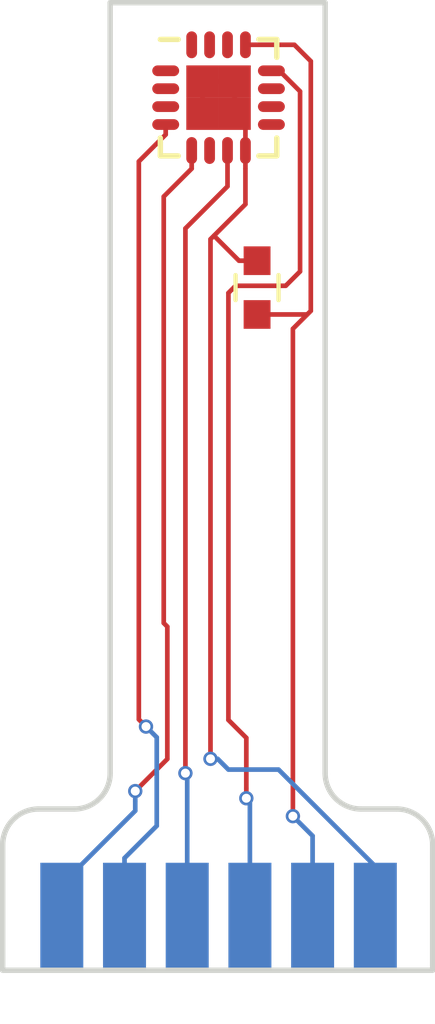
<source format=kicad_pcb>
(kicad_pcb (version 4) (host pcbnew 4.0.6)

  (general
    (links 12)
    (no_connects 0)
    (area 85.336667 58.895 99.075001 89.755)
    (thickness 1.6)
    (drawings 12)
    (tracks 75)
    (zones 0)
    (modules 3)
    (nets 7)
  )

  (page A4)
  (layers
    (0 F.Cu signal)
    (31 B.Cu signal)
    (32 B.Adhes user)
    (33 F.Adhes user)
    (34 B.Paste user)
    (35 F.Paste user)
    (36 B.SilkS user)
    (37 F.SilkS user)
    (38 B.Mask user)
    (39 F.Mask user)
    (40 Dwgs.User user)
    (41 Cmts.User user)
    (42 Eco1.User user)
    (43 Eco2.User user)
    (44 Edge.Cuts user)
    (45 Margin user)
    (46 B.CrtYd user)
    (47 F.CrtYd user)
    (48 B.Fab user)
    (49 F.Fab user)
  )

  (setup
    (last_trace_width 0.13)
    (trace_clearance 0.13)
    (zone_clearance 0.508)
    (zone_45_only no)
    (trace_min 0.1)
    (segment_width 0.2)
    (edge_width 0.15)
    (via_size 0.4)
    (via_drill 0.25)
    (via_min_size 0.2)
    (via_min_drill 0.2)
    (uvia_size 0.3)
    (uvia_drill 0.1)
    (uvias_allowed no)
    (uvia_min_size 0.2)
    (uvia_min_drill 0.1)
    (pcb_text_width 0.3)
    (pcb_text_size 1.5 1.5)
    (mod_edge_width 0.15)
    (mod_text_size 1 1)
    (mod_text_width 0.15)
    (pad_size 1.524 1.524)
    (pad_drill 0.762)
    (pad_to_mask_clearance 0.2)
    (aux_axis_origin 0 0)
    (visible_elements 7FFFFFFF)
    (pcbplotparams
      (layerselection 0x010c0_80000001)
      (usegerberextensions false)
      (excludeedgelayer true)
      (linewidth 0.100000)
      (plotframeref false)
      (viasonmask false)
      (mode 1)
      (useauxorigin false)
      (hpglpennumber 1)
      (hpglpenspeed 20)
      (hpglpendiameter 15)
      (hpglpenoverlay 2)
      (psnegative false)
      (psa4output false)
      (plotreference true)
      (plotvalue true)
      (plotinvisibletext false)
      (padsonsilk false)
      (subtractmaskfromsilk false)
      (outputformat 1)
      (mirror false)
      (drillshape 0)
      (scaleselection 1)
      (outputdirectory Gerber))
  )

  (net 0 "")
  (net 1 +3V3)
  (net 2 Earth)
  (net 3 CS)
  (net 4 MOSI)
  (net 5 MISO)
  (net 6 SCLK)

  (net_class Default "This is the default net class."
    (clearance 0.13)
    (trace_width 0.13)
    (via_dia 0.4)
    (via_drill 0.25)
    (uvia_dia 0.3)
    (uvia_drill 0.1)
    (add_net +3V3)
    (add_net CS)
    (add_net Earth)
    (add_net MISO)
    (add_net MOSI)
    (add_net SCLK)
  )

  (module Dizzy:SPI_CONN (layer B.Cu) (tedit 5BC46E55) (tstamp 5BC2E54B)
    (at 90.3 88.25)
    (path /5BC2E3A6)
    (fp_text reference J1 (at 0 -0.5) (layer B.SilkS) hide
      (effects (font (size 1 1) (thickness 0.15)) (justify mirror))
    )
    (fp_text value CONN_01X06 (at 0 0.5) (layer B.Fab) hide
      (effects (font (size 1 1) (thickness 0.15)) (justify mirror))
    )
    (pad 1 smd rect (at -1.65 -2.75) (size 1.2 3) (layers B.Cu B.Paste B.Mask)
      (net 3 CS))
    (pad 2 smd rect (at 0.1 -2.75) (size 1.2 3) (layers B.Cu B.Paste B.Mask)
      (net 4 MOSI))
    (pad 3 smd rect (at 1.85 -2.75) (size 1.2 3) (layers B.Cu B.Paste B.Mask)
      (net 5 MISO))
    (pad 4 smd rect (at 3.6 -2.75) (size 1.2 3) (layers B.Cu B.Paste B.Mask)
      (net 6 SCLK))
    (pad 5 smd rect (at 5.35 -2.75) (size 1.2 3) (layers B.Cu B.Paste B.Mask)
      (net 1 +3V3))
    (pad 6 smd rect (at 7.1 -2.75) (size 1.2 3) (layers B.Cu B.Paste B.Mask)
      (net 2 Earth))
  )

  (module Capacitors_SMD:C_0603 (layer F.Cu) (tedit 5BC46E5E) (tstamp 5BC2E541)
    (at 94.1 67.95 270)
    (descr "Capacitor SMD 0603, reflow soldering, AVX (see smccp.pdf)")
    (tags "capacitor 0603")
    (path /5BC2E464)
    (attr smd)
    (fp_text reference C1 (at 0 -1.5 270) (layer F.SilkS) hide
      (effects (font (size 1 1) (thickness 0.15)))
    )
    (fp_text value C_Small (at 0 1.5 270) (layer F.Fab)
      (effects (font (size 1 1) (thickness 0.15)))
    )
    (fp_line (start 1.4 0.65) (end -1.4 0.65) (layer F.CrtYd) (width 0.05))
    (fp_line (start 1.4 0.65) (end 1.4 -0.65) (layer F.CrtYd) (width 0.05))
    (fp_line (start -1.4 -0.65) (end -1.4 0.65) (layer F.CrtYd) (width 0.05))
    (fp_line (start -1.4 -0.65) (end 1.4 -0.65) (layer F.CrtYd) (width 0.05))
    (fp_line (start 0.35 0.6) (end -0.35 0.6) (layer F.SilkS) (width 0.12))
    (fp_line (start -0.35 -0.6) (end 0.35 -0.6) (layer F.SilkS) (width 0.12))
    (fp_line (start -0.8 -0.4) (end 0.8 -0.4) (layer F.Fab) (width 0.1))
    (fp_line (start 0.8 -0.4) (end 0.8 0.4) (layer F.Fab) (width 0.1))
    (fp_line (start 0.8 0.4) (end -0.8 0.4) (layer F.Fab) (width 0.1))
    (fp_line (start -0.8 0.4) (end -0.8 -0.4) (layer F.Fab) (width 0.1))
    (fp_text user %R (at 0 0 270) (layer F.Fab)
      (effects (font (size 0.3 0.3) (thickness 0.075)))
    )
    (pad 2 smd rect (at 0.75 0 270) (size 0.8 0.75) (layers F.Cu F.Paste F.Mask)
      (net 1 +3V3))
    (pad 1 smd rect (at -0.75 0 270) (size 0.8 0.75) (layers F.Cu F.Paste F.Mask)
      (net 2 Earth))
    (model Capacitors_SMD.3dshapes/C_0603.wrl
      (at (xyz 0 0 0))
      (scale (xyz 1 1 1))
      (rotate (xyz 0 0 0))
    )
  )

  (module Housings_DFN_QFN:QFN-16-1EP_3x3mm_Pitch0.5mm (layer F.Cu) (tedit 5BC46E64) (tstamp 5BC2E563)
    (at 93.025 62.65)
    (descr "16-Lead Plastic Quad Flat, No Lead Package (NG) - 3x3x0.9 mm Body [QFN]; (see Microchip Packaging Specification 00000049BS.pdf)")
    (tags "QFN 0.5")
    (path /5BC2E305)
    (attr smd)
    (fp_text reference U1 (at 0 -2.85) (layer F.SilkS) hide
      (effects (font (size 1 1) (thickness 0.15)))
    )
    (fp_text value MA700 (at 0 2.85) (layer F.Fab)
      (effects (font (size 1 1) (thickness 0.15)))
    )
    (fp_line (start -0.5 -1.5) (end 1.5 -1.5) (layer F.Fab) (width 0.15))
    (fp_line (start 1.5 -1.5) (end 1.5 1.5) (layer F.Fab) (width 0.15))
    (fp_line (start 1.5 1.5) (end -1.5 1.5) (layer F.Fab) (width 0.15))
    (fp_line (start -1.5 1.5) (end -1.5 -0.5) (layer F.Fab) (width 0.15))
    (fp_line (start -1.5 -0.5) (end -0.5 -1.5) (layer F.Fab) (width 0.15))
    (fp_line (start -2.1 -2.1) (end -2.1 2.1) (layer F.CrtYd) (width 0.05))
    (fp_line (start 2.1 -2.1) (end 2.1 2.1) (layer F.CrtYd) (width 0.05))
    (fp_line (start -2.1 -2.1) (end 2.1 -2.1) (layer F.CrtYd) (width 0.05))
    (fp_line (start -2.1 2.1) (end 2.1 2.1) (layer F.CrtYd) (width 0.05))
    (fp_line (start 1.625 -1.625) (end 1.625 -1.125) (layer F.SilkS) (width 0.15))
    (fp_line (start -1.625 1.625) (end -1.625 1.125) (layer F.SilkS) (width 0.15))
    (fp_line (start 1.625 1.625) (end 1.625 1.125) (layer F.SilkS) (width 0.15))
    (fp_line (start -1.625 -1.625) (end -1.125 -1.625) (layer F.SilkS) (width 0.15))
    (fp_line (start -1.625 1.625) (end -1.125 1.625) (layer F.SilkS) (width 0.15))
    (fp_line (start 1.625 1.625) (end 1.125 1.625) (layer F.SilkS) (width 0.15))
    (fp_line (start 1.625 -1.625) (end 1.125 -1.625) (layer F.SilkS) (width 0.15))
    (pad 1 smd oval (at -1.475 -0.75) (size 0.75 0.3) (layers F.Cu F.Paste F.Mask))
    (pad 2 smd oval (at -1.475 -0.25) (size 0.75 0.3) (layers F.Cu F.Paste F.Mask))
    (pad 3 smd oval (at -1.475 0.25) (size 0.75 0.3) (layers F.Cu F.Paste F.Mask))
    (pad 4 smd oval (at -1.475 0.75) (size 0.75 0.3) (layers F.Cu F.Paste F.Mask)
      (net 4 MOSI))
    (pad 5 smd oval (at -0.75 1.475 90) (size 0.75 0.3) (layers F.Cu F.Paste F.Mask)
      (net 3 CS))
    (pad 6 smd oval (at -0.25 1.475 90) (size 0.75 0.3) (layers F.Cu F.Paste F.Mask))
    (pad 7 smd oval (at 0.25 1.475 90) (size 0.75 0.3) (layers F.Cu F.Paste F.Mask)
      (net 5 MISO))
    (pad 8 smd oval (at 0.75 1.475 90) (size 0.75 0.3) (layers F.Cu F.Paste F.Mask)
      (net 2 Earth))
    (pad 9 smd oval (at 1.475 0.75) (size 0.75 0.3) (layers F.Cu F.Paste F.Mask))
    (pad 10 smd oval (at 1.475 0.25) (size 0.75 0.3) (layers F.Cu F.Paste F.Mask))
    (pad 11 smd oval (at 1.475 -0.25) (size 0.75 0.3) (layers F.Cu F.Paste F.Mask))
    (pad 12 smd oval (at 1.475 -0.75) (size 0.75 0.3) (layers F.Cu F.Paste F.Mask)
      (net 6 SCLK))
    (pad 13 smd oval (at 0.75 -1.475 90) (size 0.75 0.3) (layers F.Cu F.Paste F.Mask)
      (net 1 +3V3))
    (pad 14 smd oval (at 0.25 -1.475 90) (size 0.75 0.3) (layers F.Cu F.Paste F.Mask))
    (pad 15 smd oval (at -0.25 -1.475 90) (size 0.75 0.3) (layers F.Cu F.Paste F.Mask))
    (pad 16 smd oval (at -0.75 -1.475 90) (size 0.75 0.3) (layers F.Cu F.Paste F.Mask))
    (pad 17 smd rect (at 0.45 0.45) (size 0.9 0.9) (layers F.Cu F.Paste F.Mask)
      (net 2 Earth) (solder_paste_margin_ratio -0.2))
    (pad 17 smd rect (at 0.45 -0.45) (size 0.9 0.9) (layers F.Cu F.Paste F.Mask)
      (net 2 Earth) (solder_paste_margin_ratio -0.2))
    (pad 17 smd rect (at -0.45 0.45) (size 0.9 0.9) (layers F.Cu F.Paste F.Mask)
      (net 2 Earth) (solder_paste_margin_ratio -0.2))
    (pad 17 smd rect (at -0.45 -0.45) (size 0.9 0.9) (layers F.Cu F.Paste F.Mask)
      (net 2 Earth) (solder_paste_margin_ratio -0.2))
    (model ${KISYS3DMOD}/Housings_DFN_QFN.3dshapes/QFN-16-1EP_3x3mm_Pitch0.5mm.wrl
      (at (xyz 0 0 0))
      (scale (xyz 1 1 1))
      (rotate (xyz 0 0 0))
    )
  )

  (gr_arc (start 98 83.5) (end 98 82.5) (angle 90) (layer Edge.Cuts) (width 0.15))
  (gr_arc (start 97 81.5) (end 97 82.5) (angle 90) (layer Edge.Cuts) (width 0.15))
  (gr_arc (start 88 83.5) (end 87 83.5) (angle 90) (layer Edge.Cuts) (width 0.15))
  (gr_arc (start 89 81.5) (end 90 81.5) (angle 90) (layer Edge.Cuts) (width 0.15))
  (gr_line (start 98 82.5) (end 97 82.5) (layer Edge.Cuts) (width 0.15))
  (gr_line (start 99 87) (end 99 83.5) (layer Edge.Cuts) (width 0.15))
  (gr_line (start 88 82.5) (end 89 82.5) (layer Edge.Cuts) (width 0.15))
  (gr_line (start 87 87) (end 87 83.5) (layer Edge.Cuts) (width 0.15))
  (gr_line (start 87 87) (end 99 87) (layer Edge.Cuts) (width 0.15))
  (gr_line (start 90 60) (end 96 60) (layer Edge.Cuts) (width 0.15))
  (gr_line (start 96 60) (end 96 81.5) (layer Edge.Cuts) (width 0.15))
  (gr_line (start 90 60) (end 90 81.5) (layer Edge.Cuts) (width 0.15))

  (segment (start 95.299999 82.899999) (end 95.1 82.7) (width 0.13) (layer B.Cu) (net 1))
  (segment (start 95.65 83.25) (end 95.299999 82.899999) (width 0.13) (layer B.Cu) (net 1))
  (segment (start 95.65 85.5) (end 95.65 83.25) (width 0.13) (layer B.Cu) (net 1))
  (segment (start 95.1 82.417158) (end 95.1 82.7) (width 0.13) (layer F.Cu) (net 1))
  (segment (start 95.5 68.7) (end 95.1 69.1) (width 0.13) (layer F.Cu) (net 1))
  (segment (start 95.1 69.1) (end 95.1 82.417158) (width 0.13) (layer F.Cu) (net 1))
  (via (at 95.1 82.7) (size 0.4) (drill 0.25) (layers F.Cu B.Cu) (net 1))
  (segment (start 93.775 61.175) (end 95.141706 61.175) (width 0.13) (layer F.Cu) (net 1))
  (segment (start 95.6 68.6) (end 95.5 68.7) (width 0.13) (layer F.Cu) (net 1))
  (segment (start 95.141706 61.175) (end 95.6 61.633294) (width 0.13) (layer F.Cu) (net 1))
  (segment (start 95.6 61.633294) (end 95.6 68.6) (width 0.13) (layer F.Cu) (net 1))
  (segment (start 95.5 68.7) (end 94.1 68.7) (width 0.13) (layer F.Cu) (net 1))
  (segment (start 97.4 85.5) (end 97.4 84.1) (width 0.13) (layer B.Cu) (net 2))
  (segment (start 97.4 84.1) (end 94.7 81.4) (width 0.13) (layer B.Cu) (net 2))
  (segment (start 94.7 81.4) (end 93.3 81.4) (width 0.13) (layer B.Cu) (net 2))
  (segment (start 93.3 81.4) (end 93 81.1) (width 0.13) (layer B.Cu) (net 2))
  (segment (start 93 81.1) (end 92.799996 81.1) (width 0.13) (layer B.Cu) (net 2))
  (segment (start 92.799996 80.817158) (end 92.799996 81.1) (width 0.13) (layer F.Cu) (net 2))
  (segment (start 92.799996 66.600004) (end 92.799996 80.817158) (width 0.13) (layer F.Cu) (net 2))
  (segment (start 92.9 66.5) (end 92.799996 66.600004) (width 0.13) (layer F.Cu) (net 2))
  (via (at 92.799996 81.1) (size 0.4) (drill 0.25) (layers F.Cu B.Cu) (net 2))
  (segment (start 94.1 67.2) (end 93.595 67.2) (width 0.13) (layer F.Cu) (net 2))
  (segment (start 93.595 67.2) (end 92.9 66.505) (width 0.13) (layer F.Cu) (net 2))
  (segment (start 92.9 66.505) (end 92.9 66.5) (width 0.13) (layer F.Cu) (net 2))
  (segment (start 93.775 65.625) (end 92.9 66.5) (width 0.13) (layer F.Cu) (net 2))
  (segment (start 93.775 65.62) (end 93.775 65.625) (width 0.13) (layer F.Cu) (net 2))
  (segment (start 92.575 62.2) (end 92.575 63.1) (width 0.13) (layer F.Cu) (net 2))
  (segment (start 93.475 62.2) (end 92.575 62.2) (width 0.13) (layer F.Cu) (net 2))
  (segment (start 93.475 63.1) (end 93.475 62.2) (width 0.13) (layer F.Cu) (net 2))
  (segment (start 93.775 64.125) (end 93.775 63.4) (width 0.13) (layer F.Cu) (net 2))
  (segment (start 93.775 63.4) (end 93.475 63.1) (width 0.13) (layer F.Cu) (net 2))
  (segment (start 93.775 65.62) (end 93.775 64.63) (width 0.13) (layer F.Cu) (net 2))
  (segment (start 93.775 64.63) (end 93.775 64.125) (width 0.13) (layer F.Cu) (net 2))
  (segment (start 91.595002 81.104998) (end 90.899999 81.800001) (width 0.13) (layer F.Cu) (net 3))
  (segment (start 91.495002 65.409998) (end 91.495002 77.310398) (width 0.13) (layer F.Cu) (net 3))
  (segment (start 90.899999 81.800001) (end 90.7 82) (width 0.13) (layer F.Cu) (net 3))
  (segment (start 92.275 64.63) (end 91.495002 65.409998) (width 0.13) (layer F.Cu) (net 3))
  (segment (start 92.275 64.125) (end 92.275 64.63) (width 0.13) (layer F.Cu) (net 3))
  (segment (start 91.595002 77.410398) (end 91.595002 81.104998) (width 0.13) (layer F.Cu) (net 3))
  (segment (start 91.495002 77.310398) (end 91.595002 77.410398) (width 0.13) (layer F.Cu) (net 3))
  (segment (start 90.7 82.55) (end 90.7 82.282842) (width 0.13) (layer B.Cu) (net 3))
  (segment (start 88.65 84.6) (end 90.7 82.55) (width 0.13) (layer B.Cu) (net 3))
  (segment (start 88.65 85.5) (end 88.65 84.6) (width 0.13) (layer B.Cu) (net 3))
  (segment (start 90.7 82.282842) (end 90.7 82) (width 0.13) (layer B.Cu) (net 3))
  (via (at 90.7 82) (size 0.4) (drill 0.25) (layers F.Cu B.Cu) (net 3))
  (segment (start 91.199999 80.399999) (end 91 80.2) (width 0.13) (layer B.Cu) (net 4))
  (segment (start 91.299999 82.970001) (end 91.299999 80.499999) (width 0.13) (layer B.Cu) (net 4))
  (segment (start 90.4 85.5) (end 90.4 83.87) (width 0.13) (layer B.Cu) (net 4))
  (segment (start 90.4 83.87) (end 91.299999 82.970001) (width 0.13) (layer B.Cu) (net 4))
  (segment (start 90.800001 64.429999) (end 90.800001 80.000001) (width 0.13) (layer F.Cu) (net 4))
  (segment (start 91.299999 80.499999) (end 91.199999 80.399999) (width 0.13) (layer B.Cu) (net 4))
  (segment (start 90.800001 80.000001) (end 91 80.2) (width 0.13) (layer F.Cu) (net 4))
  (segment (start 91.55 63.68) (end 90.800001 64.429999) (width 0.13) (layer F.Cu) (net 4))
  (segment (start 91.55 63.4) (end 91.55 63.68) (width 0.13) (layer F.Cu) (net 4))
  (via (at 91 80.2) (size 0.4) (drill 0.25) (layers F.Cu B.Cu) (net 4))
  (segment (start 93.275 64.125) (end 93.275 65.125) (width 0.13) (layer F.Cu) (net 5))
  (segment (start 93.275 65.125) (end 92.1 66.3) (width 0.13) (layer F.Cu) (net 5))
  (segment (start 92.1 66.3) (end 92.1 80.315396) (width 0.13) (layer F.Cu) (net 5))
  (segment (start 92.1 80.315396) (end 92.1 81.5) (width 0.13) (layer F.Cu) (net 5))
  (segment (start 92.15 81.55) (end 92.1 81.5) (width 0.13) (layer B.Cu) (net 5))
  (segment (start 92.15 85.5) (end 92.15 81.55) (width 0.13) (layer B.Cu) (net 5))
  (via (at 92.1 81.5) (size 0.4) (drill 0.25) (layers F.Cu B.Cu) (net 5))
  (segment (start 94.5 61.9) (end 94.725 61.9) (width 0.13) (layer F.Cu) (net 6))
  (segment (start 94.725 61.9) (end 95.3 62.475) (width 0.13) (layer F.Cu) (net 6))
  (segment (start 93.8 81.917158) (end 93.8 82.2) (width 0.13) (layer F.Cu) (net 6))
  (segment (start 95.3 62.475) (end 95.3 67.5) (width 0.13) (layer F.Cu) (net 6))
  (segment (start 94.9 67.9) (end 93.5 67.9) (width 0.13) (layer F.Cu) (net 6))
  (segment (start 93.5 67.9) (end 93.3 68.1) (width 0.13) (layer F.Cu) (net 6))
  (segment (start 95.3 67.5) (end 94.9 67.9) (width 0.13) (layer F.Cu) (net 6))
  (segment (start 93.3 68.1) (end 93.3 80.015396) (width 0.13) (layer F.Cu) (net 6))
  (segment (start 93.3 80.015396) (end 93.8 80.515396) (width 0.13) (layer F.Cu) (net 6))
  (segment (start 93.8 80.515396) (end 93.8 81.917158) (width 0.13) (layer F.Cu) (net 6))
  (segment (start 93.9 85.5) (end 93.9 82.3) (width 0.13) (layer B.Cu) (net 6))
  (segment (start 93.9 82.3) (end 93.8 82.2) (width 0.13) (layer B.Cu) (net 6))
  (via (at 93.8 82.2) (size 0.4) (drill 0.25) (layers F.Cu B.Cu) (net 6))

)

</source>
